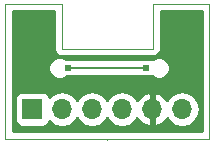
<source format=gtl>
G04 #@! TF.FileFunction,Copper,L1,Top,Signal*
%FSLAX46Y46*%
G04 Gerber Fmt 4.6, Leading zero omitted, Abs format (unit mm)*
G04 Created by KiCad (PCBNEW 4.0.6) date 12/30/17 12:21:30*
%MOMM*%
%LPD*%
G01*
G04 APERTURE LIST*
%ADD10C,0.150000*%
%ADD11C,0.020000*%
%ADD12R,1.700000X1.700000*%
%ADD13O,1.700000X1.700000*%
%ADD14C,0.609600*%
%ADD15C,0.203200*%
%ADD16C,0.254000*%
G04 APERTURE END LIST*
D10*
D11*
X211994140Y-150647480D02*
X211994140Y-150797340D01*
X215867640Y-139217480D02*
X220630140Y-139217480D01*
X215867640Y-143027480D02*
X215867640Y-139217480D01*
X208146040Y-143027480D02*
X215867640Y-143027480D01*
X208146040Y-139217480D02*
X208146040Y-143027480D01*
X220630140Y-150647480D02*
X203358140Y-150647480D01*
X220630140Y-139217480D02*
X220630140Y-150647480D01*
X203358140Y-139217480D02*
X208146040Y-139217480D01*
X203358140Y-150647480D02*
X203358140Y-139217480D01*
D12*
X205635860Y-148142960D03*
D13*
X208175860Y-148142960D03*
X210715860Y-148142960D03*
X213255860Y-148142960D03*
X215795860Y-148142960D03*
X218335860Y-148142960D03*
D14*
X208685496Y-144660422D03*
X215310064Y-144683947D03*
D15*
X208709021Y-144683947D02*
X208685496Y-144660422D01*
X215310064Y-144683947D02*
X208709021Y-144683947D01*
D16*
G36*
X207509040Y-143027480D02*
X207557529Y-143271249D01*
X207695613Y-143477907D01*
X207902271Y-143615991D01*
X208146040Y-143664480D01*
X215867640Y-143664480D01*
X216111409Y-143615991D01*
X216318067Y-143477907D01*
X216456151Y-143271249D01*
X216504640Y-143027480D01*
X216504640Y-139854480D01*
X219993140Y-139854480D01*
X219993140Y-150010480D01*
X203995140Y-150010480D01*
X203995140Y-147292960D01*
X204146577Y-147292960D01*
X204146577Y-148992960D01*
X204190297Y-149225312D01*
X204327617Y-149438713D01*
X204537143Y-149581877D01*
X204785860Y-149632243D01*
X206485860Y-149632243D01*
X206718212Y-149588523D01*
X206931613Y-149451203D01*
X207074777Y-149241677D01*
X207091906Y-149157091D01*
X207131463Y-149216293D01*
X207610637Y-149536466D01*
X208175860Y-149648896D01*
X208741083Y-149536466D01*
X209220257Y-149216293D01*
X209445860Y-148878653D01*
X209671463Y-149216293D01*
X210150637Y-149536466D01*
X210715860Y-149648896D01*
X211281083Y-149536466D01*
X211760257Y-149216293D01*
X211985860Y-148878653D01*
X212211463Y-149216293D01*
X212690637Y-149536466D01*
X213255860Y-149648896D01*
X213821083Y-149536466D01*
X214300257Y-149216293D01*
X214529624Y-148873021D01*
X214600677Y-149024318D01*
X215028936Y-149414605D01*
X215438970Y-149584436D01*
X215668860Y-149463115D01*
X215668860Y-148269960D01*
X215648860Y-148269960D01*
X215648860Y-148015960D01*
X215668860Y-148015960D01*
X215668860Y-146822805D01*
X215922860Y-146822805D01*
X215922860Y-148015960D01*
X215942860Y-148015960D01*
X215942860Y-148269960D01*
X215922860Y-148269960D01*
X215922860Y-149463115D01*
X216152750Y-149584436D01*
X216562784Y-149414605D01*
X216991043Y-149024318D01*
X217062096Y-148873021D01*
X217291463Y-149216293D01*
X217770637Y-149536466D01*
X218335860Y-149648896D01*
X218901083Y-149536466D01*
X219380257Y-149216293D01*
X219700430Y-148737119D01*
X219812860Y-148171896D01*
X219812860Y-148114024D01*
X219700430Y-147548801D01*
X219380257Y-147069627D01*
X218901083Y-146749454D01*
X218335860Y-146637024D01*
X217770637Y-146749454D01*
X217291463Y-147069627D01*
X217062096Y-147412899D01*
X216991043Y-147261602D01*
X216562784Y-146871315D01*
X216152750Y-146701484D01*
X215922860Y-146822805D01*
X215668860Y-146822805D01*
X215438970Y-146701484D01*
X215028936Y-146871315D01*
X214600677Y-147261602D01*
X214529624Y-147412899D01*
X214300257Y-147069627D01*
X213821083Y-146749454D01*
X213255860Y-146637024D01*
X212690637Y-146749454D01*
X212211463Y-147069627D01*
X211985860Y-147407267D01*
X211760257Y-147069627D01*
X211281083Y-146749454D01*
X210715860Y-146637024D01*
X210150637Y-146749454D01*
X209671463Y-147069627D01*
X209445860Y-147407267D01*
X209220257Y-147069627D01*
X208741083Y-146749454D01*
X208175860Y-146637024D01*
X207610637Y-146749454D01*
X207131463Y-147069627D01*
X207093742Y-147126080D01*
X207081423Y-147060608D01*
X206944103Y-146847207D01*
X206734577Y-146704043D01*
X206485860Y-146653677D01*
X204785860Y-146653677D01*
X204553508Y-146697397D01*
X204340107Y-146834717D01*
X204196943Y-147044243D01*
X204146577Y-147292960D01*
X203995140Y-147292960D01*
X203995140Y-144835073D01*
X207018499Y-144835073D01*
X207160058Y-145177673D01*
X207421949Y-145440021D01*
X207764300Y-145582178D01*
X208134993Y-145582501D01*
X208477593Y-145440942D01*
X208539503Y-145379140D01*
X215776203Y-145379140D01*
X215842049Y-145445101D01*
X216184400Y-145587258D01*
X216555093Y-145587581D01*
X216897693Y-145446022D01*
X217160041Y-145184131D01*
X217302198Y-144841780D01*
X217302521Y-144471087D01*
X217160962Y-144128487D01*
X216899071Y-143866139D01*
X216556720Y-143723982D01*
X216186027Y-143723659D01*
X215843427Y-143865218D01*
X215786606Y-143921940D01*
X208539746Y-143921940D01*
X208478971Y-143861059D01*
X208136620Y-143718902D01*
X207765927Y-143718579D01*
X207423327Y-143860138D01*
X207160979Y-144122029D01*
X207018822Y-144464380D01*
X207018499Y-144835073D01*
X203995140Y-144835073D01*
X203995140Y-139854480D01*
X207509040Y-139854480D01*
X207509040Y-143027480D01*
X207509040Y-143027480D01*
G37*
X207509040Y-143027480D02*
X207557529Y-143271249D01*
X207695613Y-143477907D01*
X207902271Y-143615991D01*
X208146040Y-143664480D01*
X215867640Y-143664480D01*
X216111409Y-143615991D01*
X216318067Y-143477907D01*
X216456151Y-143271249D01*
X216504640Y-143027480D01*
X216504640Y-139854480D01*
X219993140Y-139854480D01*
X219993140Y-150010480D01*
X203995140Y-150010480D01*
X203995140Y-147292960D01*
X204146577Y-147292960D01*
X204146577Y-148992960D01*
X204190297Y-149225312D01*
X204327617Y-149438713D01*
X204537143Y-149581877D01*
X204785860Y-149632243D01*
X206485860Y-149632243D01*
X206718212Y-149588523D01*
X206931613Y-149451203D01*
X207074777Y-149241677D01*
X207091906Y-149157091D01*
X207131463Y-149216293D01*
X207610637Y-149536466D01*
X208175860Y-149648896D01*
X208741083Y-149536466D01*
X209220257Y-149216293D01*
X209445860Y-148878653D01*
X209671463Y-149216293D01*
X210150637Y-149536466D01*
X210715860Y-149648896D01*
X211281083Y-149536466D01*
X211760257Y-149216293D01*
X211985860Y-148878653D01*
X212211463Y-149216293D01*
X212690637Y-149536466D01*
X213255860Y-149648896D01*
X213821083Y-149536466D01*
X214300257Y-149216293D01*
X214529624Y-148873021D01*
X214600677Y-149024318D01*
X215028936Y-149414605D01*
X215438970Y-149584436D01*
X215668860Y-149463115D01*
X215668860Y-148269960D01*
X215648860Y-148269960D01*
X215648860Y-148015960D01*
X215668860Y-148015960D01*
X215668860Y-146822805D01*
X215922860Y-146822805D01*
X215922860Y-148015960D01*
X215942860Y-148015960D01*
X215942860Y-148269960D01*
X215922860Y-148269960D01*
X215922860Y-149463115D01*
X216152750Y-149584436D01*
X216562784Y-149414605D01*
X216991043Y-149024318D01*
X217062096Y-148873021D01*
X217291463Y-149216293D01*
X217770637Y-149536466D01*
X218335860Y-149648896D01*
X218901083Y-149536466D01*
X219380257Y-149216293D01*
X219700430Y-148737119D01*
X219812860Y-148171896D01*
X219812860Y-148114024D01*
X219700430Y-147548801D01*
X219380257Y-147069627D01*
X218901083Y-146749454D01*
X218335860Y-146637024D01*
X217770637Y-146749454D01*
X217291463Y-147069627D01*
X217062096Y-147412899D01*
X216991043Y-147261602D01*
X216562784Y-146871315D01*
X216152750Y-146701484D01*
X215922860Y-146822805D01*
X215668860Y-146822805D01*
X215438970Y-146701484D01*
X215028936Y-146871315D01*
X214600677Y-147261602D01*
X214529624Y-147412899D01*
X214300257Y-147069627D01*
X213821083Y-146749454D01*
X213255860Y-146637024D01*
X212690637Y-146749454D01*
X212211463Y-147069627D01*
X211985860Y-147407267D01*
X211760257Y-147069627D01*
X211281083Y-146749454D01*
X210715860Y-146637024D01*
X210150637Y-146749454D01*
X209671463Y-147069627D01*
X209445860Y-147407267D01*
X209220257Y-147069627D01*
X208741083Y-146749454D01*
X208175860Y-146637024D01*
X207610637Y-146749454D01*
X207131463Y-147069627D01*
X207093742Y-147126080D01*
X207081423Y-147060608D01*
X206944103Y-146847207D01*
X206734577Y-146704043D01*
X206485860Y-146653677D01*
X204785860Y-146653677D01*
X204553508Y-146697397D01*
X204340107Y-146834717D01*
X204196943Y-147044243D01*
X204146577Y-147292960D01*
X203995140Y-147292960D01*
X203995140Y-144835073D01*
X207018499Y-144835073D01*
X207160058Y-145177673D01*
X207421949Y-145440021D01*
X207764300Y-145582178D01*
X208134993Y-145582501D01*
X208477593Y-145440942D01*
X208539503Y-145379140D01*
X215776203Y-145379140D01*
X215842049Y-145445101D01*
X216184400Y-145587258D01*
X216555093Y-145587581D01*
X216897693Y-145446022D01*
X217160041Y-145184131D01*
X217302198Y-144841780D01*
X217302521Y-144471087D01*
X217160962Y-144128487D01*
X216899071Y-143866139D01*
X216556720Y-143723982D01*
X216186027Y-143723659D01*
X215843427Y-143865218D01*
X215786606Y-143921940D01*
X208539746Y-143921940D01*
X208478971Y-143861059D01*
X208136620Y-143718902D01*
X207765927Y-143718579D01*
X207423327Y-143860138D01*
X207160979Y-144122029D01*
X207018822Y-144464380D01*
X207018499Y-144835073D01*
X203995140Y-144835073D01*
X203995140Y-139854480D01*
X207509040Y-139854480D01*
X207509040Y-143027480D01*
M02*

</source>
